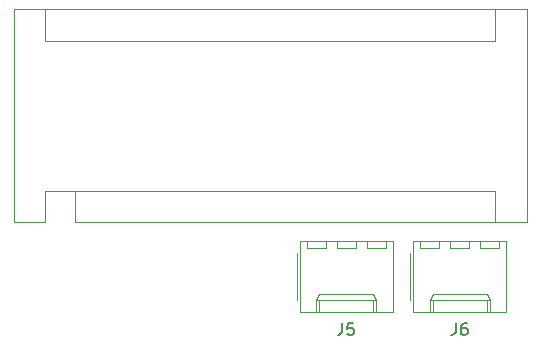
<source format=gbr>
G04 #@! TF.GenerationSoftware,KiCad,Pcbnew,(5.0.1)-4*
G04 #@! TF.CreationDate,2020-12-26T19:53:01+01:00*
G04 #@! TF.ProjectId,Eloxalmonitor,456C6F78616C6D6F6E69746F722E6B69,rev?*
G04 #@! TF.SameCoordinates,Original*
G04 #@! TF.FileFunction,Legend,Top*
G04 #@! TF.FilePolarity,Positive*
%FSLAX46Y46*%
G04 Gerber Fmt 4.6, Leading zero omitted, Abs format (unit mm)*
G04 Created by KiCad (PCBNEW (5.0.1)-4) date 26.12.2020 19:53:01*
%MOMM*%
%LPD*%
G01*
G04 APERTURE LIST*
%ADD10C,0.120000*%
%ADD11C,0.150000*%
G04 APERTURE END LIST*
D10*
G04 #@! TO.C,J5*
X40520000Y-48070000D02*
X40520000Y-54090000D01*
X40520000Y-54090000D02*
X48360000Y-54090000D01*
X48360000Y-54090000D02*
X48360000Y-48070000D01*
X48360000Y-48070000D02*
X40520000Y-48070000D01*
X40230000Y-49100000D02*
X40230000Y-53100000D01*
X41900000Y-54090000D02*
X41900000Y-53090000D01*
X41900000Y-53090000D02*
X46980000Y-53090000D01*
X46980000Y-53090000D02*
X46980000Y-54090000D01*
X41900000Y-53090000D02*
X42150000Y-52560000D01*
X42150000Y-52560000D02*
X46730000Y-52560000D01*
X46730000Y-52560000D02*
X46980000Y-53090000D01*
X42150000Y-54090000D02*
X42150000Y-53090000D01*
X46730000Y-54090000D02*
X46730000Y-53090000D01*
X41100000Y-48070000D02*
X41100000Y-48670000D01*
X41100000Y-48670000D02*
X42700000Y-48670000D01*
X42700000Y-48670000D02*
X42700000Y-48070000D01*
X43640000Y-48070000D02*
X43640000Y-48670000D01*
X43640000Y-48670000D02*
X45240000Y-48670000D01*
X45240000Y-48670000D02*
X45240000Y-48070000D01*
X46180000Y-48070000D02*
X46180000Y-48670000D01*
X46180000Y-48670000D02*
X47780000Y-48670000D01*
X47780000Y-48670000D02*
X47780000Y-48070000D01*
G04 #@! TO.C,J6*
X57380000Y-48670000D02*
X57380000Y-48070000D01*
X55780000Y-48670000D02*
X57380000Y-48670000D01*
X55780000Y-48070000D02*
X55780000Y-48670000D01*
X54840000Y-48670000D02*
X54840000Y-48070000D01*
X53240000Y-48670000D02*
X54840000Y-48670000D01*
X53240000Y-48070000D02*
X53240000Y-48670000D01*
X52300000Y-48670000D02*
X52300000Y-48070000D01*
X50700000Y-48670000D02*
X52300000Y-48670000D01*
X50700000Y-48070000D02*
X50700000Y-48670000D01*
X56330000Y-54090000D02*
X56330000Y-53090000D01*
X51750000Y-54090000D02*
X51750000Y-53090000D01*
X56330000Y-52560000D02*
X56580000Y-53090000D01*
X51750000Y-52560000D02*
X56330000Y-52560000D01*
X51500000Y-53090000D02*
X51750000Y-52560000D01*
X56580000Y-53090000D02*
X56580000Y-54090000D01*
X51500000Y-53090000D02*
X56580000Y-53090000D01*
X51500000Y-54090000D02*
X51500000Y-53090000D01*
X49830000Y-49100000D02*
X49830000Y-53100000D01*
X57960000Y-48070000D02*
X50120000Y-48070000D01*
X57960000Y-54090000D02*
X57960000Y-48070000D01*
X50120000Y-54090000D02*
X57960000Y-54090000D01*
X50120000Y-48070000D02*
X50120000Y-54090000D01*
G04 #@! TO.C,A1*
X21470000Y-43830000D02*
X18930000Y-43830000D01*
X18930000Y-43830000D02*
X18930000Y-46500000D01*
X21470000Y-46500000D02*
X59700000Y-46500000D01*
X16260000Y-46500000D02*
X18930000Y-46500000D01*
X18930000Y-31130000D02*
X18930000Y-28460000D01*
X18930000Y-31130000D02*
X57030000Y-31130000D01*
X57030000Y-31130000D02*
X57030000Y-28460000D01*
X21470000Y-43830000D02*
X21470000Y-46500000D01*
X21470000Y-43830000D02*
X57030000Y-43830000D01*
X57030000Y-43830000D02*
X57030000Y-46500000D01*
X59700000Y-46500000D02*
X59700000Y-28460000D01*
X59700000Y-28460000D02*
X16260000Y-28460000D01*
X16260000Y-28460000D02*
X16260000Y-46500000D01*
G04 #@! TO.C,J5*
D11*
X44066666Y-55052380D02*
X44066666Y-55766666D01*
X44019047Y-55909523D01*
X43923809Y-56004761D01*
X43780952Y-56052380D01*
X43685714Y-56052380D01*
X45019047Y-55052380D02*
X44542857Y-55052380D01*
X44495238Y-55528571D01*
X44542857Y-55480952D01*
X44638095Y-55433333D01*
X44876190Y-55433333D01*
X44971428Y-55480952D01*
X45019047Y-55528571D01*
X45066666Y-55623809D01*
X45066666Y-55861904D01*
X45019047Y-55957142D01*
X44971428Y-56004761D01*
X44876190Y-56052380D01*
X44638095Y-56052380D01*
X44542857Y-56004761D01*
X44495238Y-55957142D01*
G04 #@! TO.C,J6*
X53706666Y-55052380D02*
X53706666Y-55766666D01*
X53659047Y-55909523D01*
X53563809Y-56004761D01*
X53420952Y-56052380D01*
X53325714Y-56052380D01*
X54611428Y-55052380D02*
X54420952Y-55052380D01*
X54325714Y-55100000D01*
X54278095Y-55147619D01*
X54182857Y-55290476D01*
X54135238Y-55480952D01*
X54135238Y-55861904D01*
X54182857Y-55957142D01*
X54230476Y-56004761D01*
X54325714Y-56052380D01*
X54516190Y-56052380D01*
X54611428Y-56004761D01*
X54659047Y-55957142D01*
X54706666Y-55861904D01*
X54706666Y-55623809D01*
X54659047Y-55528571D01*
X54611428Y-55480952D01*
X54516190Y-55433333D01*
X54325714Y-55433333D01*
X54230476Y-55480952D01*
X54182857Y-55528571D01*
X54135238Y-55623809D01*
G04 #@! TD*
M02*

</source>
